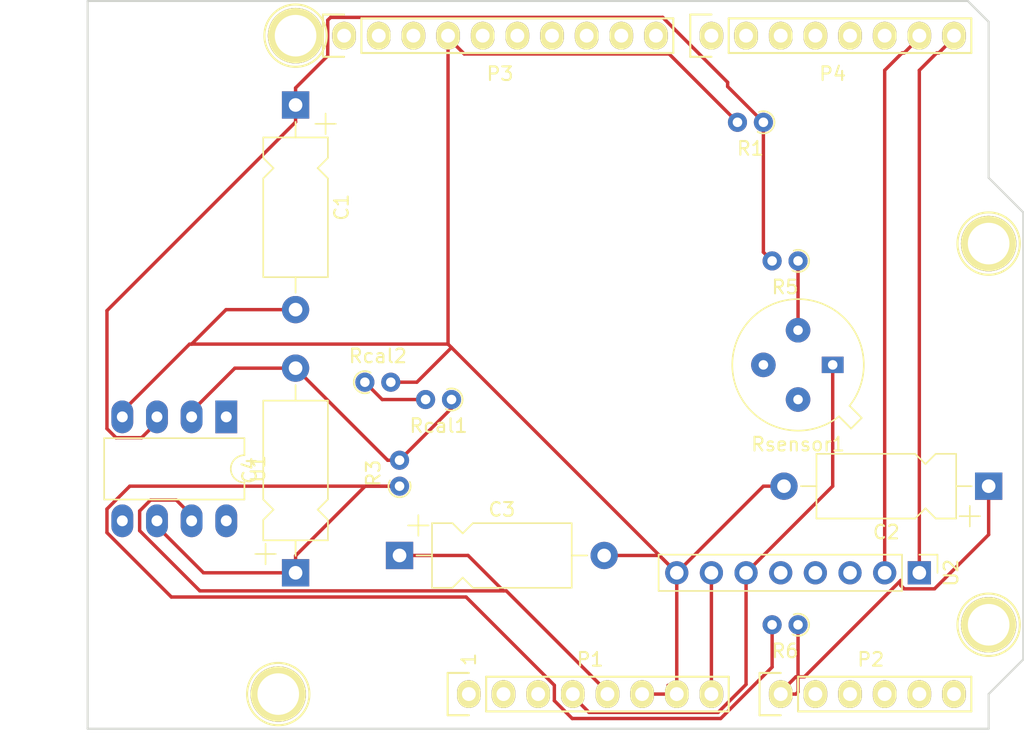
<source format=kicad_pcb>
(kicad_pcb (version 20171130) (host pcbnew "(5.0.1)-4")

  (general
    (thickness 1.6)
    (drawings 26)
    (tracks 112)
    (zones 0)
    (modules 21)
    (nets 43)
  )

  (page A4)
  (title_block
    (date "lun. 30 mars 2015")
  )

  (layers
    (0 F.Cu signal)
    (31 B.Cu signal)
    (32 B.Adhes user)
    (33 F.Adhes user)
    (34 B.Paste user)
    (35 F.Paste user)
    (36 B.SilkS user)
    (37 F.SilkS user)
    (38 B.Mask user)
    (39 F.Mask user)
    (40 Dwgs.User user)
    (41 Cmts.User user)
    (42 Eco1.User user)
    (43 Eco2.User user)
    (44 Edge.Cuts user)
    (45 Margin user)
    (46 B.CrtYd user)
    (47 F.CrtYd user)
    (48 B.Fab user)
    (49 F.Fab user)
  )

  (setup
    (last_trace_width 0.25)
    (trace_clearance 0.2)
    (zone_clearance 0.508)
    (zone_45_only no)
    (trace_min 0.2)
    (segment_width 0.15)
    (edge_width 0.15)
    (via_size 0.6)
    (via_drill 0.4)
    (via_min_size 0.4)
    (via_min_drill 0.3)
    (uvia_size 0.3)
    (uvia_drill 0.1)
    (uvias_allowed no)
    (uvia_min_size 0.2)
    (uvia_min_drill 0.1)
    (pcb_text_width 0.3)
    (pcb_text_size 1.5 1.5)
    (mod_edge_width 0.15)
    (mod_text_size 1 1)
    (mod_text_width 0.15)
    (pad_size 4.064 4.064)
    (pad_drill 3.048)
    (pad_to_mask_clearance 0)
    (solder_mask_min_width 0.25)
    (aux_axis_origin 110.998 126.365)
    (grid_origin 110.998 126.365)
    (visible_elements 7FFFFFFF)
    (pcbplotparams
      (layerselection 0x00030_80000001)
      (usegerberextensions false)
      (usegerberattributes false)
      (usegerberadvancedattributes false)
      (creategerberjobfile false)
      (excludeedgelayer true)
      (linewidth 0.100000)
      (plotframeref false)
      (viasonmask false)
      (mode 1)
      (useauxorigin false)
      (hpglpennumber 1)
      (hpglpenspeed 20)
      (hpglpendiameter 15.000000)
      (psnegative false)
      (psa4output false)
      (plotreference true)
      (plotvalue true)
      (plotinvisibletext false)
      (padsonsilk false)
      (subtractmaskfromsilk false)
      (outputformat 1)
      (mirror false)
      (drillshape 1)
      (scaleselection 1)
      (outputdirectory ""))
  )

  (net 0 "")
  (net 1 /IOREF)
  (net 2 /Reset)
  (net 3 +5V)
  (net 4 GND)
  (net 5 /Vin)
  (net 6 /A0)
  (net 7 /A1)
  (net 8 /A2)
  (net 9 /A3)
  (net 10 /AREF)
  (net 11 "/A4(SDA)")
  (net 12 "/A5(SCL)")
  (net 13 "/9(**)")
  (net 14 /8)
  (net 15 /7)
  (net 16 "/6(**)")
  (net 17 "/5(**)")
  (net 18 /4)
  (net 19 "/3(**)")
  (net 20 /2)
  (net 21 "/1(Tx)")
  (net 22 "/0(Rx)")
  (net 23 "Net-(P5-Pad1)")
  (net 24 "Net-(P6-Pad1)")
  (net 25 "Net-(P7-Pad1)")
  (net 26 "Net-(P8-Pad1)")
  (net 27 "/13(SCK)")
  (net 28 "/10(**/SS)")
  (net 29 "Net-(P1-Pad1)")
  (net 30 +3V3)
  (net 31 "/12(MISO)")
  (net 32 "/11(**/MOSI)")
  (net 33 "Net-(C1-Pad1)")
  (net 34 "Net-(C4-Pad1)")
  (net 35 "Net-(C4-Pad2)")
  (net 36 "Net-(R5-Pad1)")
  (net 37 "Net-(Rcal1-Pad2)")
  (net 38 "Net-(U1-Pad1)")
  (net 39 "Net-(U1-Pad5)")
  (net 40 "Net-(U1-Pad8)")
  (net 41 "Net-(U2-Pad3)")
  (net 42 "Net-(U2-Pad4)")

  (net_class Default "This is the default net class."
    (clearance 0.2)
    (trace_width 0.25)
    (via_dia 0.6)
    (via_drill 0.4)
    (uvia_dia 0.3)
    (uvia_drill 0.1)
    (add_net +3V3)
    (add_net +5V)
    (add_net "/0(Rx)")
    (add_net "/1(Tx)")
    (add_net "/10(**/SS)")
    (add_net "/11(**/MOSI)")
    (add_net "/12(MISO)")
    (add_net "/13(SCK)")
    (add_net /2)
    (add_net "/3(**)")
    (add_net /4)
    (add_net "/5(**)")
    (add_net "/6(**)")
    (add_net /7)
    (add_net /8)
    (add_net "/9(**)")
    (add_net /A0)
    (add_net /A1)
    (add_net /A2)
    (add_net /A3)
    (add_net "/A4(SDA)")
    (add_net "/A5(SCL)")
    (add_net /AREF)
    (add_net /IOREF)
    (add_net /Reset)
    (add_net /Vin)
    (add_net GND)
    (add_net "Net-(C1-Pad1)")
    (add_net "Net-(C4-Pad1)")
    (add_net "Net-(C4-Pad2)")
    (add_net "Net-(P1-Pad1)")
    (add_net "Net-(P5-Pad1)")
    (add_net "Net-(P6-Pad1)")
    (add_net "Net-(P7-Pad1)")
    (add_net "Net-(P8-Pad1)")
    (add_net "Net-(R5-Pad1)")
    (add_net "Net-(Rcal1-Pad2)")
    (add_net "Net-(U1-Pad1)")
    (add_net "Net-(U1-Pad5)")
    (add_net "Net-(U1-Pad8)")
    (add_net "Net-(U2-Pad3)")
    (add_net "Net-(U2-Pad4)")
  )

  (module Connector_PinHeader_2.54mm:PinHeader_1x08_P2.54mm_Vertical (layer F.Cu) (tedit 59FED5CC) (tstamp 5C18CE35)
    (at 171.958 114.935 270)
    (descr "Through hole straight pin header, 1x08, 2.54mm pitch, single row")
    (tags "Through hole pin header THT 1x08 2.54mm single row")
    (path /5C013291)
    (fp_text reference U2 (at 0 -2.33 270) (layer F.SilkS)
      (effects (font (size 1 1) (thickness 0.15)))
    )
    (fp_text value PinHeader_1x08_P2.54mm_Vertical (at 0 20.11 270) (layer F.Fab)
      (effects (font (size 1 1) (thickness 0.15)))
    )
    (fp_text user %R (at 0 8.89) (layer F.Fab)
      (effects (font (size 1 1) (thickness 0.15)))
    )
    (fp_line (start 1.8 -1.8) (end -1.8 -1.8) (layer F.CrtYd) (width 0.05))
    (fp_line (start 1.8 19.55) (end 1.8 -1.8) (layer F.CrtYd) (width 0.05))
    (fp_line (start -1.8 19.55) (end 1.8 19.55) (layer F.CrtYd) (width 0.05))
    (fp_line (start -1.8 -1.8) (end -1.8 19.55) (layer F.CrtYd) (width 0.05))
    (fp_line (start -1.33 -1.33) (end 0 -1.33) (layer F.SilkS) (width 0.12))
    (fp_line (start -1.33 0) (end -1.33 -1.33) (layer F.SilkS) (width 0.12))
    (fp_line (start -1.33 1.27) (end 1.33 1.27) (layer F.SilkS) (width 0.12))
    (fp_line (start 1.33 1.27) (end 1.33 19.11) (layer F.SilkS) (width 0.12))
    (fp_line (start -1.33 1.27) (end -1.33 19.11) (layer F.SilkS) (width 0.12))
    (fp_line (start -1.33 19.11) (end 1.33 19.11) (layer F.SilkS) (width 0.12))
    (fp_line (start -1.27 -0.635) (end -0.635 -1.27) (layer F.Fab) (width 0.1))
    (fp_line (start -1.27 19.05) (end -1.27 -0.635) (layer F.Fab) (width 0.1))
    (fp_line (start 1.27 19.05) (end -1.27 19.05) (layer F.Fab) (width 0.1))
    (fp_line (start 1.27 -1.27) (end 1.27 19.05) (layer F.Fab) (width 0.1))
    (fp_line (start -0.635 -1.27) (end 1.27 -1.27) (layer F.Fab) (width 0.1))
    (pad 8 thru_hole oval (at 0 17.78 270) (size 1.7 1.7) (drill 1) (layers *.Cu *.Mask)
      (net 4 GND))
    (pad 7 thru_hole oval (at 0 15.24 270) (size 1.7 1.7) (drill 1) (layers *.Cu *.Mask)
      (net 5 /Vin))
    (pad 6 thru_hole oval (at 0 12.7 270) (size 1.7 1.7) (drill 1) (layers *.Cu *.Mask)
      (net 30 +3V3))
    (pad 5 thru_hole oval (at 0 10.16 270) (size 1.7 1.7) (drill 1) (layers *.Cu *.Mask))
    (pad 4 thru_hole oval (at 0 7.62 270) (size 1.7 1.7) (drill 1) (layers *.Cu *.Mask)
      (net 42 "Net-(U2-Pad4)"))
    (pad 3 thru_hole oval (at 0 5.08 270) (size 1.7 1.7) (drill 1) (layers *.Cu *.Mask)
      (net 41 "Net-(U2-Pad3)"))
    (pad 2 thru_hole oval (at 0 2.54 270) (size 1.7 1.7) (drill 1) (layers *.Cu *.Mask)
      (net 21 "/1(Tx)"))
    (pad 1 thru_hole rect (at 0 0 270) (size 1.7 1.7) (drill 1) (layers *.Cu *.Mask)
      (net 22 "/0(Rx)"))
    (model ${KISYS3DMOD}/Connector_PinHeader_2.54mm.3dshapes/PinHeader_1x08_P2.54mm_Vertical.wrl
      (at (xyz 0 0 0))
      (scale (xyz 1 1 1))
      (rotate (xyz 0 0 0))
    )
  )

  (module Socket_Arduino_Uno:Socket_Strip_Arduino_1x08 locked (layer F.Cu) (tedit 551AF8B3) (tstamp 551AF9EA)
    (at 138.938 123.825)
    (descr "Through hole socket strip")
    (tags "socket strip")
    (path /56D70129)
    (fp_text reference P1 (at 8.89 -2.54) (layer F.SilkS)
      (effects (font (size 1 1) (thickness 0.15)))
    )
    (fp_text value Power (at 8.89 -4.064) (layer F.Fab)
      (effects (font (size 1 1) (thickness 0.15)))
    )
    (fp_line (start -1.55 -1.55) (end -1.55 1.55) (layer F.SilkS) (width 0.15))
    (fp_line (start 0 -1.55) (end -1.55 -1.55) (layer F.SilkS) (width 0.15))
    (fp_line (start 1.27 1.27) (end 1.27 -1.27) (layer F.SilkS) (width 0.15))
    (fp_line (start -1.55 1.55) (end 0 1.55) (layer F.SilkS) (width 0.15))
    (fp_line (start 19.05 -1.27) (end 1.27 -1.27) (layer F.SilkS) (width 0.15))
    (fp_line (start 19.05 1.27) (end 19.05 -1.27) (layer F.SilkS) (width 0.15))
    (fp_line (start 1.27 1.27) (end 19.05 1.27) (layer F.SilkS) (width 0.15))
    (fp_line (start -1.75 1.75) (end 19.55 1.75) (layer F.CrtYd) (width 0.05))
    (fp_line (start -1.75 -1.75) (end 19.55 -1.75) (layer F.CrtYd) (width 0.05))
    (fp_line (start 19.55 -1.75) (end 19.55 1.75) (layer F.CrtYd) (width 0.05))
    (fp_line (start -1.75 -1.75) (end -1.75 1.75) (layer F.CrtYd) (width 0.05))
    (pad 8 thru_hole oval (at 17.78 0) (size 1.7272 2.032) (drill 1.016) (layers *.Cu *.Mask F.SilkS)
      (net 5 /Vin))
    (pad 7 thru_hole oval (at 15.24 0) (size 1.7272 2.032) (drill 1.016) (layers *.Cu *.Mask F.SilkS)
      (net 4 GND))
    (pad 6 thru_hole oval (at 12.7 0) (size 1.7272 2.032) (drill 1.016) (layers *.Cu *.Mask F.SilkS)
      (net 4 GND))
    (pad 5 thru_hole oval (at 10.16 0) (size 1.7272 2.032) (drill 1.016) (layers *.Cu *.Mask F.SilkS)
      (net 3 +5V))
    (pad 4 thru_hole oval (at 7.62 0) (size 1.7272 2.032) (drill 1.016) (layers *.Cu *.Mask F.SilkS)
      (net 30 +3V3))
    (pad 3 thru_hole oval (at 5.08 0) (size 1.7272 2.032) (drill 1.016) (layers *.Cu *.Mask F.SilkS)
      (net 2 /Reset))
    (pad 2 thru_hole oval (at 2.54 0) (size 1.7272 2.032) (drill 1.016) (layers *.Cu *.Mask F.SilkS)
      (net 1 /IOREF))
    (pad 1 thru_hole oval (at 0 0) (size 1.7272 2.032) (drill 1.016) (layers *.Cu *.Mask F.SilkS)
      (net 29 "Net-(P1-Pad1)"))
    (model ${KIPRJMOD}/Socket_Arduino_Uno.3dshapes/Socket_header_Arduino_1x08.wrl
      (offset (xyz 8.889999866485596 0 0))
      (scale (xyz 1 1 1))
      (rotate (xyz 0 0 180))
    )
  )

  (module Socket_Arduino_Uno:Socket_Strip_Arduino_1x06 locked (layer F.Cu) (tedit 551AF7D9) (tstamp 551AF9FF)
    (at 161.798 123.825)
    (descr "Through hole socket strip")
    (tags "socket strip")
    (path /56D70DD8)
    (fp_text reference P2 (at 6.604 -2.54) (layer F.SilkS)
      (effects (font (size 1 1) (thickness 0.15)))
    )
    (fp_text value Analog (at 6.604 -4.064) (layer F.Fab)
      (effects (font (size 1 1) (thickness 0.15)))
    )
    (fp_line (start -1.55 -1.55) (end -1.55 1.55) (layer F.SilkS) (width 0.15))
    (fp_line (start 0 -1.55) (end -1.55 -1.55) (layer F.SilkS) (width 0.15))
    (fp_line (start 1.27 1.27) (end 1.27 -1.27) (layer F.SilkS) (width 0.15))
    (fp_line (start -1.55 1.55) (end 0 1.55) (layer F.SilkS) (width 0.15))
    (fp_line (start 13.97 -1.27) (end 1.27 -1.27) (layer F.SilkS) (width 0.15))
    (fp_line (start 13.97 1.27) (end 13.97 -1.27) (layer F.SilkS) (width 0.15))
    (fp_line (start 1.27 1.27) (end 13.97 1.27) (layer F.SilkS) (width 0.15))
    (fp_line (start -1.75 1.75) (end 14.45 1.75) (layer F.CrtYd) (width 0.05))
    (fp_line (start -1.75 -1.75) (end 14.45 -1.75) (layer F.CrtYd) (width 0.05))
    (fp_line (start 14.45 -1.75) (end 14.45 1.75) (layer F.CrtYd) (width 0.05))
    (fp_line (start -1.75 -1.75) (end -1.75 1.75) (layer F.CrtYd) (width 0.05))
    (pad 6 thru_hole oval (at 12.7 0) (size 1.7272 2.032) (drill 1.016) (layers *.Cu *.Mask F.SilkS)
      (net 12 "/A5(SCL)"))
    (pad 5 thru_hole oval (at 10.16 0) (size 1.7272 2.032) (drill 1.016) (layers *.Cu *.Mask F.SilkS)
      (net 11 "/A4(SDA)"))
    (pad 4 thru_hole oval (at 7.62 0) (size 1.7272 2.032) (drill 1.016) (layers *.Cu *.Mask F.SilkS)
      (net 9 /A3))
    (pad 3 thru_hole oval (at 5.08 0) (size 1.7272 2.032) (drill 1.016) (layers *.Cu *.Mask F.SilkS)
      (net 8 /A2))
    (pad 2 thru_hole oval (at 2.54 0) (size 1.7272 2.032) (drill 1.016) (layers *.Cu *.Mask F.SilkS)
      (net 7 /A1))
    (pad 1 thru_hole oval (at 0 0) (size 1.7272 2.032) (drill 1.016) (layers *.Cu *.Mask F.SilkS)
      (net 6 /A0))
    (model ${KIPRJMOD}/Socket_Arduino_Uno.3dshapes/Socket_header_Arduino_1x06.wrl
      (offset (xyz 6.349999904632568 0 0))
      (scale (xyz 1 1 1))
      (rotate (xyz 0 0 180))
    )
  )

  (module Socket_Arduino_Uno:Socket_Strip_Arduino_1x10 locked (layer F.Cu) (tedit 551AF8D9) (tstamp 551AFA18)
    (at 129.794 75.565)
    (descr "Through hole socket strip")
    (tags "socket strip")
    (path /56D721E0)
    (fp_text reference P3 (at 11.43 2.794) (layer F.SilkS)
      (effects (font (size 1 1) (thickness 0.15)))
    )
    (fp_text value Digital (at 11.43 4.318) (layer F.Fab)
      (effects (font (size 1 1) (thickness 0.15)))
    )
    (fp_line (start -1.55 -1.55) (end -1.55 1.55) (layer F.SilkS) (width 0.15))
    (fp_line (start 0 -1.55) (end -1.55 -1.55) (layer F.SilkS) (width 0.15))
    (fp_line (start 1.27 1.27) (end 1.27 -1.27) (layer F.SilkS) (width 0.15))
    (fp_line (start -1.55 1.55) (end 0 1.55) (layer F.SilkS) (width 0.15))
    (fp_line (start 24.13 -1.27) (end 1.27 -1.27) (layer F.SilkS) (width 0.15))
    (fp_line (start 24.13 1.27) (end 24.13 -1.27) (layer F.SilkS) (width 0.15))
    (fp_line (start 1.27 1.27) (end 24.13 1.27) (layer F.SilkS) (width 0.15))
    (fp_line (start -1.75 1.75) (end 24.65 1.75) (layer F.CrtYd) (width 0.05))
    (fp_line (start -1.75 -1.75) (end 24.65 -1.75) (layer F.CrtYd) (width 0.05))
    (fp_line (start 24.65 -1.75) (end 24.65 1.75) (layer F.CrtYd) (width 0.05))
    (fp_line (start -1.75 -1.75) (end -1.75 1.75) (layer F.CrtYd) (width 0.05))
    (pad 10 thru_hole oval (at 22.86 0) (size 1.7272 2.032) (drill 1.016) (layers *.Cu *.Mask F.SilkS)
      (net 14 /8))
    (pad 9 thru_hole oval (at 20.32 0) (size 1.7272 2.032) (drill 1.016) (layers *.Cu *.Mask F.SilkS)
      (net 13 "/9(**)"))
    (pad 8 thru_hole oval (at 17.78 0) (size 1.7272 2.032) (drill 1.016) (layers *.Cu *.Mask F.SilkS)
      (net 28 "/10(**/SS)"))
    (pad 7 thru_hole oval (at 15.24 0) (size 1.7272 2.032) (drill 1.016) (layers *.Cu *.Mask F.SilkS)
      (net 32 "/11(**/MOSI)"))
    (pad 6 thru_hole oval (at 12.7 0) (size 1.7272 2.032) (drill 1.016) (layers *.Cu *.Mask F.SilkS)
      (net 31 "/12(MISO)"))
    (pad 5 thru_hole oval (at 10.16 0) (size 1.7272 2.032) (drill 1.016) (layers *.Cu *.Mask F.SilkS)
      (net 27 "/13(SCK)"))
    (pad 4 thru_hole oval (at 7.62 0) (size 1.7272 2.032) (drill 1.016) (layers *.Cu *.Mask F.SilkS)
      (net 4 GND))
    (pad 3 thru_hole oval (at 5.08 0) (size 1.7272 2.032) (drill 1.016) (layers *.Cu *.Mask F.SilkS)
      (net 10 /AREF))
    (pad 2 thru_hole oval (at 2.54 0) (size 1.7272 2.032) (drill 1.016) (layers *.Cu *.Mask F.SilkS)
      (net 11 "/A4(SDA)"))
    (pad 1 thru_hole oval (at 0 0) (size 1.7272 2.032) (drill 1.016) (layers *.Cu *.Mask F.SilkS)
      (net 12 "/A5(SCL)"))
    (model ${KIPRJMOD}/Socket_Arduino_Uno.3dshapes/Socket_header_Arduino_1x10.wrl
      (offset (xyz 11.42999982833862 0 0))
      (scale (xyz 1 1 1))
      (rotate (xyz 0 0 180))
    )
  )

  (module Socket_Arduino_Uno:Socket_Strip_Arduino_1x08 locked (layer F.Cu) (tedit 551AF8B3) (tstamp 551AFA2F)
    (at 156.718 75.565)
    (descr "Through hole socket strip")
    (tags "socket strip")
    (path /56D7164F)
    (fp_text reference P4 (at 8.89 2.794) (layer F.SilkS)
      (effects (font (size 1 1) (thickness 0.15)))
    )
    (fp_text value Digital (at 8.89 4.318) (layer F.Fab)
      (effects (font (size 1 1) (thickness 0.15)))
    )
    (fp_line (start -1.55 -1.55) (end -1.55 1.55) (layer F.SilkS) (width 0.15))
    (fp_line (start 0 -1.55) (end -1.55 -1.55) (layer F.SilkS) (width 0.15))
    (fp_line (start 1.27 1.27) (end 1.27 -1.27) (layer F.SilkS) (width 0.15))
    (fp_line (start -1.55 1.55) (end 0 1.55) (layer F.SilkS) (width 0.15))
    (fp_line (start 19.05 -1.27) (end 1.27 -1.27) (layer F.SilkS) (width 0.15))
    (fp_line (start 19.05 1.27) (end 19.05 -1.27) (layer F.SilkS) (width 0.15))
    (fp_line (start 1.27 1.27) (end 19.05 1.27) (layer F.SilkS) (width 0.15))
    (fp_line (start -1.75 1.75) (end 19.55 1.75) (layer F.CrtYd) (width 0.05))
    (fp_line (start -1.75 -1.75) (end 19.55 -1.75) (layer F.CrtYd) (width 0.05))
    (fp_line (start 19.55 -1.75) (end 19.55 1.75) (layer F.CrtYd) (width 0.05))
    (fp_line (start -1.75 -1.75) (end -1.75 1.75) (layer F.CrtYd) (width 0.05))
    (pad 8 thru_hole oval (at 17.78 0) (size 1.7272 2.032) (drill 1.016) (layers *.Cu *.Mask F.SilkS)
      (net 22 "/0(Rx)"))
    (pad 7 thru_hole oval (at 15.24 0) (size 1.7272 2.032) (drill 1.016) (layers *.Cu *.Mask F.SilkS)
      (net 21 "/1(Tx)"))
    (pad 6 thru_hole oval (at 12.7 0) (size 1.7272 2.032) (drill 1.016) (layers *.Cu *.Mask F.SilkS)
      (net 20 /2))
    (pad 5 thru_hole oval (at 10.16 0) (size 1.7272 2.032) (drill 1.016) (layers *.Cu *.Mask F.SilkS)
      (net 19 "/3(**)"))
    (pad 4 thru_hole oval (at 7.62 0) (size 1.7272 2.032) (drill 1.016) (layers *.Cu *.Mask F.SilkS)
      (net 18 /4))
    (pad 3 thru_hole oval (at 5.08 0) (size 1.7272 2.032) (drill 1.016) (layers *.Cu *.Mask F.SilkS)
      (net 17 "/5(**)"))
    (pad 2 thru_hole oval (at 2.54 0) (size 1.7272 2.032) (drill 1.016) (layers *.Cu *.Mask F.SilkS)
      (net 16 "/6(**)"))
    (pad 1 thru_hole oval (at 0 0) (size 1.7272 2.032) (drill 1.016) (layers *.Cu *.Mask F.SilkS)
      (net 15 /7))
    (model ${KIPRJMOD}/Socket_Arduino_Uno.3dshapes/Socket_header_Arduino_1x08.wrl
      (offset (xyz 8.889999866485596 0 0))
      (scale (xyz 1 1 1))
      (rotate (xyz 0 0 180))
    )
  )

  (module Socket_Arduino_Uno:Arduino_1pin locked (layer F.Cu) (tedit 0) (tstamp 5524FC3F)
    (at 124.968 123.825)
    (descr "module 1 pin (ou trou mecanique de percage)")
    (tags DEV)
    (path /56D71177)
    (fp_text reference P5 (at 0 -3.048) (layer F.SilkS) hide
      (effects (font (size 1 1) (thickness 0.15)))
    )
    (fp_text value CONN_01X01 (at 0 2.794) (layer F.Fab) hide
      (effects (font (size 1 1) (thickness 0.15)))
    )
    (fp_circle (center 0 0) (end 0 -2.286) (layer F.SilkS) (width 0.15))
    (pad 1 thru_hole circle (at 0 0) (size 4.064 4.064) (drill 3.048) (layers *.Cu *.Mask F.SilkS)
      (net 23 "Net-(P5-Pad1)"))
  )

  (module Socket_Arduino_Uno:Arduino_1pin locked (layer F.Cu) (tedit 0) (tstamp 5524FC44)
    (at 177.038 118.745)
    (descr "module 1 pin (ou trou mecanique de percage)")
    (tags DEV)
    (path /56D71274)
    (fp_text reference P6 (at 0 -3.048) (layer F.SilkS) hide
      (effects (font (size 1 1) (thickness 0.15)))
    )
    (fp_text value CONN_01X01 (at 0 2.794) (layer F.Fab) hide
      (effects (font (size 1 1) (thickness 0.15)))
    )
    (fp_circle (center 0 0) (end 0 -2.286) (layer F.SilkS) (width 0.15))
    (pad 1 thru_hole circle (at 0 0) (size 4.064 4.064) (drill 3.048) (layers *.Cu *.Mask F.SilkS)
      (net 24 "Net-(P6-Pad1)"))
  )

  (module Socket_Arduino_Uno:Arduino_1pin locked (layer F.Cu) (tedit 0) (tstamp 5524FC49)
    (at 126.238 75.565)
    (descr "module 1 pin (ou trou mecanique de percage)")
    (tags DEV)
    (path /56D712A8)
    (fp_text reference P7 (at 0 -3.048) (layer F.SilkS) hide
      (effects (font (size 1 1) (thickness 0.15)))
    )
    (fp_text value CONN_01X01 (at 0 2.794) (layer F.Fab) hide
      (effects (font (size 1 1) (thickness 0.15)))
    )
    (fp_circle (center 0 0) (end 0 -2.286) (layer F.SilkS) (width 0.15))
    (pad 1 thru_hole circle (at 0 0) (size 4.064 4.064) (drill 3.048) (layers *.Cu *.Mask F.SilkS)
      (net 25 "Net-(P7-Pad1)"))
  )

  (module Socket_Arduino_Uno:Arduino_1pin locked (layer F.Cu) (tedit 0) (tstamp 5524FC4E)
    (at 177.038 90.805)
    (descr "module 1 pin (ou trou mecanique de percage)")
    (tags DEV)
    (path /56D712DB)
    (fp_text reference P8 (at 0 -3.048) (layer F.SilkS) hide
      (effects (font (size 1 1) (thickness 0.15)))
    )
    (fp_text value CONN_01X01 (at 0 2.794) (layer F.Fab) hide
      (effects (font (size 1 1) (thickness 0.15)))
    )
    (fp_circle (center 0 0) (end 0 -2.286) (layer F.SilkS) (width 0.15))
    (pad 1 thru_hole circle (at 0 0) (size 4.064 4.064) (drill 3.048) (layers *.Cu *.Mask F.SilkS)
      (net 26 "Net-(P8-Pad1)"))
  )

  (module Capacitor_THT:CP_Axial_L10.0mm_D4.5mm_P15.00mm_Horizontal (layer F.Cu) (tedit 5AE50EF2) (tstamp 5C18CD26)
    (at 126.238 80.645 270)
    (descr "CP, Axial series, Axial, Horizontal, pin pitch=15mm, , length*diameter=10*4.5mm^2, Electrolytic Capacitor, , http://www.vishay.com/docs/28325/021asm.pdf")
    (tags "CP Axial series Axial Horizontal pin pitch 15mm  length 10mm diameter 4.5mm Electrolytic Capacitor")
    (path /5BFF0443)
    (fp_text reference C1 (at 7.5 -3.37 270) (layer F.SilkS)
      (effects (font (size 1 1) (thickness 0.15)))
    )
    (fp_text value 100n (at 7.5 3.37 270) (layer F.Fab)
      (effects (font (size 1 1) (thickness 0.15)))
    )
    (fp_text user %R (at 7.5 0 270) (layer F.Fab)
      (effects (font (size 1 1) (thickness 0.15)))
    )
    (fp_line (start 16.25 -2.5) (end -1.25 -2.5) (layer F.CrtYd) (width 0.05))
    (fp_line (start 16.25 2.5) (end 16.25 -2.5) (layer F.CrtYd) (width 0.05))
    (fp_line (start -1.25 2.5) (end 16.25 2.5) (layer F.CrtYd) (width 0.05))
    (fp_line (start -1.25 -2.5) (end -1.25 2.5) (layer F.CrtYd) (width 0.05))
    (fp_line (start 13.76 0) (end 12.62 0) (layer F.SilkS) (width 0.12))
    (fp_line (start 1.24 0) (end 2.38 0) (layer F.SilkS) (width 0.12))
    (fp_line (start 5.38 2.37) (end 12.62 2.37) (layer F.SilkS) (width 0.12))
    (fp_line (start 4.63 1.62) (end 5.38 2.37) (layer F.SilkS) (width 0.12))
    (fp_line (start 3.88 2.37) (end 4.63 1.62) (layer F.SilkS) (width 0.12))
    (fp_line (start 2.38 2.37) (end 3.88 2.37) (layer F.SilkS) (width 0.12))
    (fp_line (start 5.38 -2.37) (end 12.62 -2.37) (layer F.SilkS) (width 0.12))
    (fp_line (start 4.63 -1.62) (end 5.38 -2.37) (layer F.SilkS) (width 0.12))
    (fp_line (start 3.88 -2.37) (end 4.63 -1.62) (layer F.SilkS) (width 0.12))
    (fp_line (start 2.38 -2.37) (end 3.88 -2.37) (layer F.SilkS) (width 0.12))
    (fp_line (start 12.62 -2.37) (end 12.62 2.37) (layer F.SilkS) (width 0.12))
    (fp_line (start 2.38 -2.37) (end 2.38 2.37) (layer F.SilkS) (width 0.12))
    (fp_line (start 1.38 -2.95) (end 1.38 -1.45) (layer F.SilkS) (width 0.12))
    (fp_line (start 0.63 -2.2) (end 2.13 -2.2) (layer F.SilkS) (width 0.12))
    (fp_line (start 4.65 -0.75) (end 4.65 0.75) (layer F.Fab) (width 0.1))
    (fp_line (start 3.9 0) (end 5.4 0) (layer F.Fab) (width 0.1))
    (fp_line (start 15 0) (end 12.5 0) (layer F.Fab) (width 0.1))
    (fp_line (start 0 0) (end 2.5 0) (layer F.Fab) (width 0.1))
    (fp_line (start 5.38 2.25) (end 12.5 2.25) (layer F.Fab) (width 0.1))
    (fp_line (start 4.63 1.5) (end 5.38 2.25) (layer F.Fab) (width 0.1))
    (fp_line (start 3.88 2.25) (end 4.63 1.5) (layer F.Fab) (width 0.1))
    (fp_line (start 2.5 2.25) (end 3.88 2.25) (layer F.Fab) (width 0.1))
    (fp_line (start 5.38 -2.25) (end 12.5 -2.25) (layer F.Fab) (width 0.1))
    (fp_line (start 4.63 -1.5) (end 5.38 -2.25) (layer F.Fab) (width 0.1))
    (fp_line (start 3.88 -2.25) (end 4.63 -1.5) (layer F.Fab) (width 0.1))
    (fp_line (start 2.5 -2.25) (end 3.88 -2.25) (layer F.Fab) (width 0.1))
    (fp_line (start 12.5 -2.25) (end 12.5 2.25) (layer F.Fab) (width 0.1))
    (fp_line (start 2.5 -2.25) (end 2.5 2.25) (layer F.Fab) (width 0.1))
    (pad 2 thru_hole oval (at 15 0 270) (size 2 2) (drill 1) (layers *.Cu *.Mask)
      (net 4 GND))
    (pad 1 thru_hole rect (at 0 0 270) (size 2 2) (drill 1) (layers *.Cu *.Mask)
      (net 33 "Net-(C1-Pad1)"))
    (model ${KISYS3DMOD}/Capacitor_THT.3dshapes/CP_Axial_L10.0mm_D4.5mm_P15.00mm_Horizontal.wrl
      (at (xyz 0 0 0))
      (scale (xyz 1 1 1))
      (rotate (xyz 0 0 0))
    )
  )

  (module Capacitor_THT:CP_Axial_L10.0mm_D4.5mm_P15.00mm_Horizontal (layer F.Cu) (tedit 5AE50EF2) (tstamp 5C18CD4D)
    (at 177.038 108.585 180)
    (descr "CP, Axial series, Axial, Horizontal, pin pitch=15mm, , length*diameter=10*4.5mm^2, Electrolytic Capacitor, , http://www.vishay.com/docs/28325/021asm.pdf")
    (tags "CP Axial series Axial Horizontal pin pitch 15mm  length 10mm diameter 4.5mm Electrolytic Capacitor")
    (path /5BFFA608)
    (fp_text reference C2 (at 7.5 -3.37 180) (layer F.SilkS)
      (effects (font (size 1 1) (thickness 0.15)))
    )
    (fp_text value 100n (at 7.5 3.37 180) (layer F.Fab)
      (effects (font (size 1 1) (thickness 0.15)))
    )
    (fp_text user %R (at 7.5 0 180) (layer F.Fab)
      (effects (font (size 1 1) (thickness 0.15)))
    )
    (fp_line (start 16.25 -2.5) (end -1.25 -2.5) (layer F.CrtYd) (width 0.05))
    (fp_line (start 16.25 2.5) (end 16.25 -2.5) (layer F.CrtYd) (width 0.05))
    (fp_line (start -1.25 2.5) (end 16.25 2.5) (layer F.CrtYd) (width 0.05))
    (fp_line (start -1.25 -2.5) (end -1.25 2.5) (layer F.CrtYd) (width 0.05))
    (fp_line (start 13.76 0) (end 12.62 0) (layer F.SilkS) (width 0.12))
    (fp_line (start 1.24 0) (end 2.38 0) (layer F.SilkS) (width 0.12))
    (fp_line (start 5.38 2.37) (end 12.62 2.37) (layer F.SilkS) (width 0.12))
    (fp_line (start 4.63 1.62) (end 5.38 2.37) (layer F.SilkS) (width 0.12))
    (fp_line (start 3.88 2.37) (end 4.63 1.62) (layer F.SilkS) (width 0.12))
    (fp_line (start 2.38 2.37) (end 3.88 2.37) (layer F.SilkS) (width 0.12))
    (fp_line (start 5.38 -2.37) (end 12.62 -2.37) (layer F.SilkS) (width 0.12))
    (fp_line (start 4.63 -1.62) (end 5.38 -2.37) (layer F.SilkS) (width 0.12))
    (fp_line (start 3.88 -2.37) (end 4.63 -1.62) (layer F.SilkS) (width 0.12))
    (fp_line (start 2.38 -2.37) (end 3.88 -2.37) (layer F.SilkS) (width 0.12))
    (fp_line (start 12.62 -2.37) (end 12.62 2.37) (layer F.SilkS) (width 0.12))
    (fp_line (start 2.38 -2.37) (end 2.38 2.37) (layer F.SilkS) (width 0.12))
    (fp_line (start 1.38 -2.95) (end 1.38 -1.45) (layer F.SilkS) (width 0.12))
    (fp_line (start 0.63 -2.2) (end 2.13 -2.2) (layer F.SilkS) (width 0.12))
    (fp_line (start 4.65 -0.75) (end 4.65 0.75) (layer F.Fab) (width 0.1))
    (fp_line (start 3.9 0) (end 5.4 0) (layer F.Fab) (width 0.1))
    (fp_line (start 15 0) (end 12.5 0) (layer F.Fab) (width 0.1))
    (fp_line (start 0 0) (end 2.5 0) (layer F.Fab) (width 0.1))
    (fp_line (start 5.38 2.25) (end 12.5 2.25) (layer F.Fab) (width 0.1))
    (fp_line (start 4.63 1.5) (end 5.38 2.25) (layer F.Fab) (width 0.1))
    (fp_line (start 3.88 2.25) (end 4.63 1.5) (layer F.Fab) (width 0.1))
    (fp_line (start 2.5 2.25) (end 3.88 2.25) (layer F.Fab) (width 0.1))
    (fp_line (start 5.38 -2.25) (end 12.5 -2.25) (layer F.Fab) (width 0.1))
    (fp_line (start 4.63 -1.5) (end 5.38 -2.25) (layer F.Fab) (width 0.1))
    (fp_line (start 3.88 -2.25) (end 4.63 -1.5) (layer F.Fab) (width 0.1))
    (fp_line (start 2.5 -2.25) (end 3.88 -2.25) (layer F.Fab) (width 0.1))
    (fp_line (start 12.5 -2.25) (end 12.5 2.25) (layer F.Fab) (width 0.1))
    (fp_line (start 2.5 -2.25) (end 2.5 2.25) (layer F.Fab) (width 0.1))
    (pad 2 thru_hole oval (at 15 0 180) (size 2 2) (drill 1) (layers *.Cu *.Mask)
      (net 4 GND))
    (pad 1 thru_hole rect (at 0 0 180) (size 2 2) (drill 1) (layers *.Cu *.Mask)
      (net 6 /A0))
    (model ${KISYS3DMOD}/Capacitor_THT.3dshapes/CP_Axial_L10.0mm_D4.5mm_P15.00mm_Horizontal.wrl
      (at (xyz 0 0 0))
      (scale (xyz 1 1 1))
      (rotate (xyz 0 0 0))
    )
  )

  (module Capacitor_THT:CP_Axial_L10.0mm_D4.5mm_P15.00mm_Horizontal (layer F.Cu) (tedit 5AE50EF2) (tstamp 5C18CD74)
    (at 133.858 113.665)
    (descr "CP, Axial series, Axial, Horizontal, pin pitch=15mm, , length*diameter=10*4.5mm^2, Electrolytic Capacitor, , http://www.vishay.com/docs/28325/021asm.pdf")
    (tags "CP Axial series Axial Horizontal pin pitch 15mm  length 10mm diameter 4.5mm Electrolytic Capacitor")
    (path /5BFE796A)
    (fp_text reference C3 (at 7.5 -3.37) (layer F.SilkS)
      (effects (font (size 1 1) (thickness 0.15)))
    )
    (fp_text value 100n (at 7.5 3.37) (layer F.Fab)
      (effects (font (size 1 1) (thickness 0.15)))
    )
    (fp_line (start 2.5 -2.25) (end 2.5 2.25) (layer F.Fab) (width 0.1))
    (fp_line (start 12.5 -2.25) (end 12.5 2.25) (layer F.Fab) (width 0.1))
    (fp_line (start 2.5 -2.25) (end 3.88 -2.25) (layer F.Fab) (width 0.1))
    (fp_line (start 3.88 -2.25) (end 4.63 -1.5) (layer F.Fab) (width 0.1))
    (fp_line (start 4.63 -1.5) (end 5.38 -2.25) (layer F.Fab) (width 0.1))
    (fp_line (start 5.38 -2.25) (end 12.5 -2.25) (layer F.Fab) (width 0.1))
    (fp_line (start 2.5 2.25) (end 3.88 2.25) (layer F.Fab) (width 0.1))
    (fp_line (start 3.88 2.25) (end 4.63 1.5) (layer F.Fab) (width 0.1))
    (fp_line (start 4.63 1.5) (end 5.38 2.25) (layer F.Fab) (width 0.1))
    (fp_line (start 5.38 2.25) (end 12.5 2.25) (layer F.Fab) (width 0.1))
    (fp_line (start 0 0) (end 2.5 0) (layer F.Fab) (width 0.1))
    (fp_line (start 15 0) (end 12.5 0) (layer F.Fab) (width 0.1))
    (fp_line (start 3.9 0) (end 5.4 0) (layer F.Fab) (width 0.1))
    (fp_line (start 4.65 -0.75) (end 4.65 0.75) (layer F.Fab) (width 0.1))
    (fp_line (start 0.63 -2.2) (end 2.13 -2.2) (layer F.SilkS) (width 0.12))
    (fp_line (start 1.38 -2.95) (end 1.38 -1.45) (layer F.SilkS) (width 0.12))
    (fp_line (start 2.38 -2.37) (end 2.38 2.37) (layer F.SilkS) (width 0.12))
    (fp_line (start 12.62 -2.37) (end 12.62 2.37) (layer F.SilkS) (width 0.12))
    (fp_line (start 2.38 -2.37) (end 3.88 -2.37) (layer F.SilkS) (width 0.12))
    (fp_line (start 3.88 -2.37) (end 4.63 -1.62) (layer F.SilkS) (width 0.12))
    (fp_line (start 4.63 -1.62) (end 5.38 -2.37) (layer F.SilkS) (width 0.12))
    (fp_line (start 5.38 -2.37) (end 12.62 -2.37) (layer F.SilkS) (width 0.12))
    (fp_line (start 2.38 2.37) (end 3.88 2.37) (layer F.SilkS) (width 0.12))
    (fp_line (start 3.88 2.37) (end 4.63 1.62) (layer F.SilkS) (width 0.12))
    (fp_line (start 4.63 1.62) (end 5.38 2.37) (layer F.SilkS) (width 0.12))
    (fp_line (start 5.38 2.37) (end 12.62 2.37) (layer F.SilkS) (width 0.12))
    (fp_line (start 1.24 0) (end 2.38 0) (layer F.SilkS) (width 0.12))
    (fp_line (start 13.76 0) (end 12.62 0) (layer F.SilkS) (width 0.12))
    (fp_line (start -1.25 -2.5) (end -1.25 2.5) (layer F.CrtYd) (width 0.05))
    (fp_line (start -1.25 2.5) (end 16.25 2.5) (layer F.CrtYd) (width 0.05))
    (fp_line (start 16.25 2.5) (end 16.25 -2.5) (layer F.CrtYd) (width 0.05))
    (fp_line (start 16.25 -2.5) (end -1.25 -2.5) (layer F.CrtYd) (width 0.05))
    (fp_text user %R (at 7.5 0) (layer F.Fab)
      (effects (font (size 1 1) (thickness 0.15)))
    )
    (pad 1 thru_hole rect (at 0 0) (size 2 2) (drill 1) (layers *.Cu *.Mask)
      (net 3 +5V))
    (pad 2 thru_hole oval (at 15 0) (size 2 2) (drill 1) (layers *.Cu *.Mask)
      (net 4 GND))
    (model ${KISYS3DMOD}/Capacitor_THT.3dshapes/CP_Axial_L10.0mm_D4.5mm_P15.00mm_Horizontal.wrl
      (at (xyz 0 0 0))
      (scale (xyz 1 1 1))
      (rotate (xyz 0 0 0))
    )
  )

  (module Capacitor_THT:CP_Axial_L10.0mm_D4.5mm_P15.00mm_Horizontal (layer F.Cu) (tedit 5AE50EF2) (tstamp 5C18CD9B)
    (at 126.238 114.935 90)
    (descr "CP, Axial series, Axial, Horizontal, pin pitch=15mm, , length*diameter=10*4.5mm^2, Electrolytic Capacitor, , http://www.vishay.com/docs/28325/021asm.pdf")
    (tags "CP Axial series Axial Horizontal pin pitch 15mm  length 10mm diameter 4.5mm Electrolytic Capacitor")
    (path /5BFFA2F6)
    (fp_text reference C4 (at 7.5 -3.37 90) (layer F.SilkS)
      (effects (font (size 1 1) (thickness 0.15)))
    )
    (fp_text value 1u (at 7.5 3.37 90) (layer F.Fab)
      (effects (font (size 1 1) (thickness 0.15)))
    )
    (fp_line (start 2.5 -2.25) (end 2.5 2.25) (layer F.Fab) (width 0.1))
    (fp_line (start 12.5 -2.25) (end 12.5 2.25) (layer F.Fab) (width 0.1))
    (fp_line (start 2.5 -2.25) (end 3.88 -2.25) (layer F.Fab) (width 0.1))
    (fp_line (start 3.88 -2.25) (end 4.63 -1.5) (layer F.Fab) (width 0.1))
    (fp_line (start 4.63 -1.5) (end 5.38 -2.25) (layer F.Fab) (width 0.1))
    (fp_line (start 5.38 -2.25) (end 12.5 -2.25) (layer F.Fab) (width 0.1))
    (fp_line (start 2.5 2.25) (end 3.88 2.25) (layer F.Fab) (width 0.1))
    (fp_line (start 3.88 2.25) (end 4.63 1.5) (layer F.Fab) (width 0.1))
    (fp_line (start 4.63 1.5) (end 5.38 2.25) (layer F.Fab) (width 0.1))
    (fp_line (start 5.38 2.25) (end 12.5 2.25) (layer F.Fab) (width 0.1))
    (fp_line (start 0 0) (end 2.5 0) (layer F.Fab) (width 0.1))
    (fp_line (start 15 0) (end 12.5 0) (layer F.Fab) (width 0.1))
    (fp_line (start 3.9 0) (end 5.4 0) (layer F.Fab) (width 0.1))
    (fp_line (start 4.65 -0.75) (end 4.65 0.75) (layer F.Fab) (width 0.1))
    (fp_line (start 0.63 -2.2) (end 2.13 -2.2) (layer F.SilkS) (width 0.12))
    (fp_line (start 1.38 -2.95) (end 1.38 -1.45) (layer F.SilkS) (width 0.12))
    (fp_line (start 2.38 -2.37) (end 2.38 2.37) (layer F.SilkS) (width 0.12))
    (fp_line (start 12.62 -2.37) (end 12.62 2.37) (layer F.SilkS) (width 0.12))
    (fp_line (start 2.38 -2.37) (end 3.88 -2.37) (layer F.SilkS) (width 0.12))
    (fp_line (start 3.88 -2.37) (end 4.63 -1.62) (layer F.SilkS) (width 0.12))
    (fp_line (start 4.63 -1.62) (end 5.38 -2.37) (layer F.SilkS) (width 0.12))
    (fp_line (start 5.38 -2.37) (end 12.62 -2.37) (layer F.SilkS) (width 0.12))
    (fp_line (start 2.38 2.37) (end 3.88 2.37) (layer F.SilkS) (width 0.12))
    (fp_line (start 3.88 2.37) (end 4.63 1.62) (layer F.SilkS) (width 0.12))
    (fp_line (start 4.63 1.62) (end 5.38 2.37) (layer F.SilkS) (width 0.12))
    (fp_line (start 5.38 2.37) (end 12.62 2.37) (layer F.SilkS) (width 0.12))
    (fp_line (start 1.24 0) (end 2.38 0) (layer F.SilkS) (width 0.12))
    (fp_line (start 13.76 0) (end 12.62 0) (layer F.SilkS) (width 0.12))
    (fp_line (start -1.25 -2.5) (end -1.25 2.5) (layer F.CrtYd) (width 0.05))
    (fp_line (start -1.25 2.5) (end 16.25 2.5) (layer F.CrtYd) (width 0.05))
    (fp_line (start 16.25 2.5) (end 16.25 -2.5) (layer F.CrtYd) (width 0.05))
    (fp_line (start 16.25 -2.5) (end -1.25 -2.5) (layer F.CrtYd) (width 0.05))
    (fp_text user %R (at 7.5 0 90) (layer F.Fab)
      (effects (font (size 1 1) (thickness 0.15)))
    )
    (pad 1 thru_hole rect (at 0 0 90) (size 2 2) (drill 1) (layers *.Cu *.Mask)
      (net 34 "Net-(C4-Pad1)"))
    (pad 2 thru_hole oval (at 15 0 90) (size 2 2) (drill 1) (layers *.Cu *.Mask)
      (net 35 "Net-(C4-Pad2)"))
    (model ${KISYS3DMOD}/Capacitor_THT.3dshapes/CP_Axial_L10.0mm_D4.5mm_P15.00mm_Horizontal.wrl
      (at (xyz 0 0 0))
      (scale (xyz 1 1 1))
      (rotate (xyz 0 0 0))
    )
  )

  (module Resistor_THT:R_Axial_DIN0204_L3.6mm_D1.6mm_P1.90mm_Vertical (layer F.Cu) (tedit 5AE5139B) (tstamp 5C18CDA9)
    (at 160.528 81.915 180)
    (descr "Resistor, Axial_DIN0204 series, Axial, Vertical, pin pitch=1.9mm, 0.167W, length*diameter=3.6*1.6mm^2, http://cdn-reichelt.de/documents/datenblatt/B400/1_4W%23YAG.pdf")
    (tags "Resistor Axial_DIN0204 series Axial Vertical pin pitch 1.9mm 0.167W length 3.6mm diameter 1.6mm")
    (path /5BFF3E33)
    (fp_text reference R1 (at 0.95 -1.92 180) (layer F.SilkS)
      (effects (font (size 1 1) (thickness 0.15)))
    )
    (fp_text value 100k (at 0.95 1.92 180) (layer F.Fab)
      (effects (font (size 1 1) (thickness 0.15)))
    )
    (fp_text user %R (at 0.95 -1.92 180) (layer F.Fab)
      (effects (font (size 1 1) (thickness 0.15)))
    )
    (fp_line (start 2.86 -1.05) (end -1.05 -1.05) (layer F.CrtYd) (width 0.05))
    (fp_line (start 2.86 1.05) (end 2.86 -1.05) (layer F.CrtYd) (width 0.05))
    (fp_line (start -1.05 1.05) (end 2.86 1.05) (layer F.CrtYd) (width 0.05))
    (fp_line (start -1.05 -1.05) (end -1.05 1.05) (layer F.CrtYd) (width 0.05))
    (fp_line (start 0 0) (end 1.9 0) (layer F.Fab) (width 0.1))
    (fp_circle (center 0 0) (end 0.8 0) (layer F.Fab) (width 0.1))
    (fp_arc (start 0 0) (end 0.417133 -0.7) (angle -233.92106) (layer F.SilkS) (width 0.12))
    (pad 2 thru_hole oval (at 1.9 0 180) (size 1.4 1.4) (drill 0.7) (layers *.Cu *.Mask)
      (net 4 GND))
    (pad 1 thru_hole circle (at 0 0 180) (size 1.4 1.4) (drill 0.7) (layers *.Cu *.Mask)
      (net 33 "Net-(C1-Pad1)"))
    (model ${KISYS3DMOD}/Resistor_THT.3dshapes/R_Axial_DIN0204_L3.6mm_D1.6mm_P1.90mm_Vertical.wrl
      (at (xyz 0 0 0))
      (scale (xyz 1 1 1))
      (rotate (xyz 0 0 0))
    )
  )

  (module Resistor_THT:R_Axial_DIN0204_L3.6mm_D1.6mm_P1.90mm_Vertical (layer F.Cu) (tedit 5AE5139B) (tstamp 5C18CDB7)
    (at 133.858 108.585 90)
    (descr "Resistor, Axial_DIN0204 series, Axial, Vertical, pin pitch=1.9mm, 0.167W, length*diameter=3.6*1.6mm^2, http://cdn-reichelt.de/documents/datenblatt/B400/1_4W%23YAG.pdf")
    (tags "Resistor Axial_DIN0204 series Axial Vertical pin pitch 1.9mm 0.167W length 3.6mm diameter 1.6mm")
    (path /5BFFA58E)
    (fp_text reference R3 (at 0.95 -1.92 90) (layer F.SilkS)
      (effects (font (size 1 1) (thickness 0.15)))
    )
    (fp_text value 100k (at 0.95 1.92 90) (layer F.Fab)
      (effects (font (size 1 1) (thickness 0.15)))
    )
    (fp_text user %R (at 0.95 -1.92 90) (layer F.Fab)
      (effects (font (size 1 1) (thickness 0.15)))
    )
    (fp_line (start 2.86 -1.05) (end -1.05 -1.05) (layer F.CrtYd) (width 0.05))
    (fp_line (start 2.86 1.05) (end 2.86 -1.05) (layer F.CrtYd) (width 0.05))
    (fp_line (start -1.05 1.05) (end 2.86 1.05) (layer F.CrtYd) (width 0.05))
    (fp_line (start -1.05 -1.05) (end -1.05 1.05) (layer F.CrtYd) (width 0.05))
    (fp_line (start 0 0) (end 1.9 0) (layer F.Fab) (width 0.1))
    (fp_circle (center 0 0) (end 0.8 0) (layer F.Fab) (width 0.1))
    (fp_arc (start 0 0) (end 0.417133 -0.7) (angle -233.92106) (layer F.SilkS) (width 0.12))
    (pad 2 thru_hole oval (at 1.9 0 90) (size 1.4 1.4) (drill 0.7) (layers *.Cu *.Mask)
      (net 35 "Net-(C4-Pad2)"))
    (pad 1 thru_hole circle (at 0 0 90) (size 1.4 1.4) (drill 0.7) (layers *.Cu *.Mask)
      (net 34 "Net-(C4-Pad1)"))
    (model ${KISYS3DMOD}/Resistor_THT.3dshapes/R_Axial_DIN0204_L3.6mm_D1.6mm_P1.90mm_Vertical.wrl
      (at (xyz 0 0 0))
      (scale (xyz 1 1 1))
      (rotate (xyz 0 0 0))
    )
  )

  (module Resistor_THT:R_Axial_DIN0204_L3.6mm_D1.6mm_P1.90mm_Vertical (layer F.Cu) (tedit 5AE5139B) (tstamp 5C18CDC5)
    (at 163.068 92.075 180)
    (descr "Resistor, Axial_DIN0204 series, Axial, Vertical, pin pitch=1.9mm, 0.167W, length*diameter=3.6*1.6mm^2, http://cdn-reichelt.de/documents/datenblatt/B400/1_4W%23YAG.pdf")
    (tags "Resistor Axial_DIN0204 series Axial Vertical pin pitch 1.9mm 0.167W length 3.6mm diameter 1.6mm")
    (path /5BFEE1F8)
    (fp_text reference R5 (at 0.95 -1.92 180) (layer F.SilkS)
      (effects (font (size 1 1) (thickness 0.15)))
    )
    (fp_text value 10k (at 0.95 1.92 180) (layer F.Fab)
      (effects (font (size 1 1) (thickness 0.15)))
    )
    (fp_arc (start 0 0) (end 0.417133 -0.7) (angle -233.92106) (layer F.SilkS) (width 0.12))
    (fp_circle (center 0 0) (end 0.8 0) (layer F.Fab) (width 0.1))
    (fp_line (start 0 0) (end 1.9 0) (layer F.Fab) (width 0.1))
    (fp_line (start -1.05 -1.05) (end -1.05 1.05) (layer F.CrtYd) (width 0.05))
    (fp_line (start -1.05 1.05) (end 2.86 1.05) (layer F.CrtYd) (width 0.05))
    (fp_line (start 2.86 1.05) (end 2.86 -1.05) (layer F.CrtYd) (width 0.05))
    (fp_line (start 2.86 -1.05) (end -1.05 -1.05) (layer F.CrtYd) (width 0.05))
    (fp_text user %R (at 0.95 -1.92 180) (layer F.Fab)
      (effects (font (size 1 1) (thickness 0.15)))
    )
    (pad 1 thru_hole circle (at 0 0 180) (size 1.4 1.4) (drill 0.7) (layers *.Cu *.Mask)
      (net 36 "Net-(R5-Pad1)"))
    (pad 2 thru_hole oval (at 1.9 0 180) (size 1.4 1.4) (drill 0.7) (layers *.Cu *.Mask)
      (net 33 "Net-(C1-Pad1)"))
    (model ${KISYS3DMOD}/Resistor_THT.3dshapes/R_Axial_DIN0204_L3.6mm_D1.6mm_P1.90mm_Vertical.wrl
      (at (xyz 0 0 0))
      (scale (xyz 1 1 1))
      (rotate (xyz 0 0 0))
    )
  )

  (module Resistor_THT:R_Axial_DIN0204_L3.6mm_D1.6mm_P1.90mm_Vertical (layer F.Cu) (tedit 5AE5139B) (tstamp 5C18CDD3)
    (at 163.068 118.745 180)
    (descr "Resistor, Axial_DIN0204 series, Axial, Vertical, pin pitch=1.9mm, 0.167W, length*diameter=3.6*1.6mm^2, http://cdn-reichelt.de/documents/datenblatt/B400/1_4W%23YAG.pdf")
    (tags "Resistor Axial_DIN0204 series Axial Vertical pin pitch 1.9mm 0.167W length 3.6mm diameter 1.6mm")
    (path /5BFFA383)
    (fp_text reference R6 (at 0.95 -1.92 180) (layer F.SilkS)
      (effects (font (size 1 1) (thickness 0.15)))
    )
    (fp_text value 1k (at 0.95 1.92 180) (layer F.Fab)
      (effects (font (size 1 1) (thickness 0.15)))
    )
    (fp_arc (start 0 0) (end 0.417133 -0.7) (angle -233.92106) (layer F.SilkS) (width 0.12))
    (fp_circle (center 0 0) (end 0.8 0) (layer F.Fab) (width 0.1))
    (fp_line (start 0 0) (end 1.9 0) (layer F.Fab) (width 0.1))
    (fp_line (start -1.05 -1.05) (end -1.05 1.05) (layer F.CrtYd) (width 0.05))
    (fp_line (start -1.05 1.05) (end 2.86 1.05) (layer F.CrtYd) (width 0.05))
    (fp_line (start 2.86 1.05) (end 2.86 -1.05) (layer F.CrtYd) (width 0.05))
    (fp_line (start 2.86 -1.05) (end -1.05 -1.05) (layer F.CrtYd) (width 0.05))
    (fp_text user %R (at 0.95 -1.92 180) (layer F.Fab)
      (effects (font (size 1 1) (thickness 0.15)))
    )
    (pad 1 thru_hole circle (at 0 0 180) (size 1.4 1.4) (drill 0.7) (layers *.Cu *.Mask)
      (net 6 /A0))
    (pad 2 thru_hole oval (at 1.9 0 180) (size 1.4 1.4) (drill 0.7) (layers *.Cu *.Mask)
      (net 34 "Net-(C4-Pad1)"))
    (model ${KISYS3DMOD}/Resistor_THT.3dshapes/R_Axial_DIN0204_L3.6mm_D1.6mm_P1.90mm_Vertical.wrl
      (at (xyz 0 0 0))
      (scale (xyz 1 1 1))
      (rotate (xyz 0 0 0))
    )
  )

  (module Resistor_THT:R_Axial_DIN0204_L3.6mm_D1.6mm_P1.90mm_Vertical (layer F.Cu) (tedit 5AE5139B) (tstamp 5C18CDE1)
    (at 137.668 102.235 180)
    (descr "Resistor, Axial_DIN0204 series, Axial, Vertical, pin pitch=1.9mm, 0.167W, length*diameter=3.6*1.6mm^2, http://cdn-reichelt.de/documents/datenblatt/B400/1_4W%23YAG.pdf")
    (tags "Resistor Axial_DIN0204 series Axial Vertical pin pitch 1.9mm 0.167W length 3.6mm diameter 1.6mm")
    (path /5BFF58E2)
    (fp_text reference Rcal1 (at 0.95 -1.92 180) (layer F.SilkS)
      (effects (font (size 1 1) (thickness 0.15)))
    )
    (fp_text value R (at 0.95 1.92 180) (layer F.Fab)
      (effects (font (size 1 1) (thickness 0.15)))
    )
    (fp_arc (start 0 0) (end 0.417133 -0.7) (angle -233.92106) (layer F.SilkS) (width 0.12))
    (fp_circle (center 0 0) (end 0.8 0) (layer F.Fab) (width 0.1))
    (fp_line (start 0 0) (end 1.9 0) (layer F.Fab) (width 0.1))
    (fp_line (start -1.05 -1.05) (end -1.05 1.05) (layer F.CrtYd) (width 0.05))
    (fp_line (start -1.05 1.05) (end 2.86 1.05) (layer F.CrtYd) (width 0.05))
    (fp_line (start 2.86 1.05) (end 2.86 -1.05) (layer F.CrtYd) (width 0.05))
    (fp_line (start 2.86 -1.05) (end -1.05 -1.05) (layer F.CrtYd) (width 0.05))
    (fp_text user %R (at 0.95 -1.92 180) (layer F.Fab)
      (effects (font (size 1 1) (thickness 0.15)))
    )
    (pad 1 thru_hole circle (at 0 0 180) (size 1.4 1.4) (drill 0.7) (layers *.Cu *.Mask)
      (net 35 "Net-(C4-Pad2)"))
    (pad 2 thru_hole oval (at 1.9 0 180) (size 1.4 1.4) (drill 0.7) (layers *.Cu *.Mask)
      (net 37 "Net-(Rcal1-Pad2)"))
    (model ${KISYS3DMOD}/Resistor_THT.3dshapes/R_Axial_DIN0204_L3.6mm_D1.6mm_P1.90mm_Vertical.wrl
      (at (xyz 0 0 0))
      (scale (xyz 1 1 1))
      (rotate (xyz 0 0 0))
    )
  )

  (module Resistor_THT:R_Axial_DIN0204_L3.6mm_D1.6mm_P1.90mm_Vertical (layer F.Cu) (tedit 5AE5139B) (tstamp 5C18CDEF)
    (at 131.318 100.965)
    (descr "Resistor, Axial_DIN0204 series, Axial, Vertical, pin pitch=1.9mm, 0.167W, length*diameter=3.6*1.6mm^2, http://cdn-reichelt.de/documents/datenblatt/B400/1_4W%23YAG.pdf")
    (tags "Resistor Axial_DIN0204 series Axial Vertical pin pitch 1.9mm 0.167W length 3.6mm diameter 1.6mm")
    (path /5BFF5948)
    (fp_text reference Rcal2 (at 0.95 -1.92) (layer F.SilkS)
      (effects (font (size 1 1) (thickness 0.15)))
    )
    (fp_text value R (at 0.95 1.92) (layer F.Fab)
      (effects (font (size 1 1) (thickness 0.15)))
    )
    (fp_text user %R (at 0.95 -1.92) (layer F.Fab)
      (effects (font (size 1 1) (thickness 0.15)))
    )
    (fp_line (start 2.86 -1.05) (end -1.05 -1.05) (layer F.CrtYd) (width 0.05))
    (fp_line (start 2.86 1.05) (end 2.86 -1.05) (layer F.CrtYd) (width 0.05))
    (fp_line (start -1.05 1.05) (end 2.86 1.05) (layer F.CrtYd) (width 0.05))
    (fp_line (start -1.05 -1.05) (end -1.05 1.05) (layer F.CrtYd) (width 0.05))
    (fp_line (start 0 0) (end 1.9 0) (layer F.Fab) (width 0.1))
    (fp_circle (center 0 0) (end 0.8 0) (layer F.Fab) (width 0.1))
    (fp_arc (start 0 0) (end 0.417133 -0.7) (angle -233.92106) (layer F.SilkS) (width 0.12))
    (pad 2 thru_hole oval (at 1.9 0) (size 1.4 1.4) (drill 0.7) (layers *.Cu *.Mask)
      (net 4 GND))
    (pad 1 thru_hole circle (at 0 0) (size 1.4 1.4) (drill 0.7) (layers *.Cu *.Mask)
      (net 37 "Net-(Rcal1-Pad2)"))
    (model ${KISYS3DMOD}/Resistor_THT.3dshapes/R_Axial_DIN0204_L3.6mm_D1.6mm_P1.90mm_Vertical.wrl
      (at (xyz 0 0 0))
      (scale (xyz 1 1 1))
      (rotate (xyz 0 0 0))
    )
  )

  (module projet:TO-5-4 (layer F.Cu) (tedit 5BFD6CD0) (tstamp 5C18CE05)
    (at 165.608 99.695 180)
    (descr TO-5-4)
    (tags TO-5-4)
    (path /5BFEE3D8)
    (fp_text reference Rsensor1 (at 2.54 -5.82 180) (layer F.SilkS)
      (effects (font (size 1 1) (thickness 0.15)))
    )
    (fp_text value 10k<...<1G (at 2.54 5.82 180) (layer F.Fab)
      (effects (font (size 1 1) (thickness 0.15)))
    )
    (fp_arc (start 2.54 0) (end -0.457084 -3.774902) (angle 346.9) (layer F.SilkS) (width 0.12))
    (fp_arc (start 2.54 0) (end -0.465408 -3.61352) (angle 349.5) (layer F.Fab) (width 0.1))
    (fp_circle (center 2.54 0) (end 6.79 0) (layer F.Fab) (width 0.1))
    (fp_line (start 7.49 -4.95) (end -2.41 -4.95) (layer F.CrtYd) (width 0.05))
    (fp_line (start 7.49 4.95) (end 7.49 -4.95) (layer F.CrtYd) (width 0.05))
    (fp_line (start -2.41 4.95) (end 7.49 4.95) (layer F.CrtYd) (width 0.05))
    (fp_line (start -2.41 -4.95) (end -2.41 4.95) (layer F.CrtYd) (width 0.05))
    (fp_line (start -2.125856 -3.888039) (end -1.234902 -2.997084) (layer F.SilkS) (width 0.12))
    (fp_line (start -1.348039 -4.665856) (end -2.125856 -3.888039) (layer F.SilkS) (width 0.12))
    (fp_line (start -0.457084 -3.774902) (end -1.348039 -4.665856) (layer F.SilkS) (width 0.12))
    (fp_line (start -1.879621 -3.81151) (end -1.07352 -3.005408) (layer F.Fab) (width 0.1))
    (fp_line (start -1.27151 -4.419621) (end -1.879621 -3.81151) (layer F.Fab) (width 0.1))
    (fp_line (start -0.465408 -3.61352) (end -1.27151 -4.419621) (layer F.Fab) (width 0.1))
    (fp_text user %R (at 2.54 -5.82 180) (layer F.Fab)
      (effects (font (size 1 1) (thickness 0.15)))
    )
    (pad 4 thru_hole oval (at 2.54 -2.54 180) (size 1.8 1.8) (drill 0.7) (layers *.Cu *.Mask))
    (pad 3 thru_hole oval (at 5.08 0 180) (size 1.8 1.8) (drill 0.7) (layers *.Cu *.Mask))
    (pad 2 thru_hole oval (at 2.54 2.54 180) (size 1.8 1.8) (drill 0.7) (layers *.Cu *.Mask)
      (net 36 "Net-(R5-Pad1)"))
    (pad 1 thru_hole rect (at 0 0 180) (size 1.6 1.2) (drill 0.7) (layers *.Cu *.Mask)
      (net 30 +3V3))
    (model ${KISYS3DMOD}/Package_TO_SOT_THT.3dshapes/TO-5-4.wrl
      (at (xyz 0 0 0))
      (scale (xyz 1 1 1))
      (rotate (xyz 0 0 0))
    )
  )

  (module Package_DIP:DIP-8_W7.62mm_LongPads (layer F.Cu) (tedit 5A02E8C5) (tstamp 5C18CE21)
    (at 121.158 103.505 270)
    (descr "8-lead though-hole mounted DIP package, row spacing 7.62 mm (300 mils), LongPads")
    (tags "THT DIP DIL PDIP 2.54mm 7.62mm 300mil LongPads")
    (path /5BFE777F)
    (fp_text reference U1 (at 3.81 -2.33 270) (layer F.SilkS)
      (effects (font (size 1 1) (thickness 0.15)))
    )
    (fp_text value LTC1050 (at 3.81 9.95 270) (layer F.Fab)
      (effects (font (size 1 1) (thickness 0.15)))
    )
    (fp_arc (start 3.81 -1.33) (end 2.81 -1.33) (angle -180) (layer F.SilkS) (width 0.12))
    (fp_line (start 1.635 -1.27) (end 6.985 -1.27) (layer F.Fab) (width 0.1))
    (fp_line (start 6.985 -1.27) (end 6.985 8.89) (layer F.Fab) (width 0.1))
    (fp_line (start 6.985 8.89) (end 0.635 8.89) (layer F.Fab) (width 0.1))
    (fp_line (start 0.635 8.89) (end 0.635 -0.27) (layer F.Fab) (width 0.1))
    (fp_line (start 0.635 -0.27) (end 1.635 -1.27) (layer F.Fab) (width 0.1))
    (fp_line (start 2.81 -1.33) (end 1.56 -1.33) (layer F.SilkS) (width 0.12))
    (fp_line (start 1.56 -1.33) (end 1.56 8.95) (layer F.SilkS) (width 0.12))
    (fp_line (start 1.56 8.95) (end 6.06 8.95) (layer F.SilkS) (width 0.12))
    (fp_line (start 6.06 8.95) (end 6.06 -1.33) (layer F.SilkS) (width 0.12))
    (fp_line (start 6.06 -1.33) (end 4.81 -1.33) (layer F.SilkS) (width 0.12))
    (fp_line (start -1.45 -1.55) (end -1.45 9.15) (layer F.CrtYd) (width 0.05))
    (fp_line (start -1.45 9.15) (end 9.1 9.15) (layer F.CrtYd) (width 0.05))
    (fp_line (start 9.1 9.15) (end 9.1 -1.55) (layer F.CrtYd) (width 0.05))
    (fp_line (start 9.1 -1.55) (end -1.45 -1.55) (layer F.CrtYd) (width 0.05))
    (fp_text user %R (at 3.81 3.81 270) (layer F.Fab)
      (effects (font (size 1 1) (thickness 0.15)))
    )
    (pad 1 thru_hole rect (at 0 0 270) (size 2.4 1.6) (drill 0.8) (layers *.Cu *.Mask)
      (net 38 "Net-(U1-Pad1)"))
    (pad 5 thru_hole oval (at 7.62 7.62 270) (size 2.4 1.6) (drill 0.8) (layers *.Cu *.Mask)
      (net 39 "Net-(U1-Pad5)"))
    (pad 2 thru_hole oval (at 0 2.54 270) (size 2.4 1.6) (drill 0.8) (layers *.Cu *.Mask)
      (net 35 "Net-(C4-Pad2)"))
    (pad 6 thru_hole oval (at 7.62 5.08 270) (size 2.4 1.6) (drill 0.8) (layers *.Cu *.Mask)
      (net 34 "Net-(C4-Pad1)"))
    (pad 3 thru_hole oval (at 0 5.08 270) (size 2.4 1.6) (drill 0.8) (layers *.Cu *.Mask)
      (net 33 "Net-(C1-Pad1)"))
    (pad 7 thru_hole oval (at 7.62 2.54 270) (size 2.4 1.6) (drill 0.8) (layers *.Cu *.Mask)
      (net 3 +5V))
    (pad 4 thru_hole oval (at 0 7.62 270) (size 2.4 1.6) (drill 0.8) (layers *.Cu *.Mask)
      (net 4 GND))
    (pad 8 thru_hole oval (at 7.62 0 270) (size 2.4 1.6) (drill 0.8) (layers *.Cu *.Mask)
      (net 40 "Net-(U1-Pad8)"))
    (model ${KISYS3DMOD}/Package_DIP.3dshapes/DIP-8_W7.62mm.wrl
      (at (xyz 0 0 0))
      (scale (xyz 1 1 1))
      (rotate (xyz 0 0 0))
    )
  )

  (gr_line (start 110.998 126.365) (end 177.038 126.365) (angle 90) (layer Edge.Cuts) (width 0.15))
  (gr_text 1 (at 138.938 121.285 90) (layer F.SilkS)
    (effects (font (size 1 1) (thickness 0.15)))
  )
  (gr_circle (center 117.348 76.962) (end 118.618 76.962) (layer Dwgs.User) (width 0.15))
  (gr_line (start 114.427 78.994) (end 114.427 74.93) (angle 90) (layer Dwgs.User) (width 0.15))
  (gr_line (start 120.269 78.994) (end 114.427 78.994) (angle 90) (layer Dwgs.User) (width 0.15))
  (gr_line (start 120.269 74.93) (end 120.269 78.994) (angle 90) (layer Dwgs.User) (width 0.15))
  (gr_line (start 114.427 74.93) (end 120.269 74.93) (angle 90) (layer Dwgs.User) (width 0.15))
  (gr_line (start 120.523 93.98) (end 104.648 93.98) (angle 90) (layer Dwgs.User) (width 0.15))
  (gr_line (start 177.038 74.549) (end 175.514 73.025) (angle 90) (layer Edge.Cuts) (width 0.15))
  (gr_line (start 177.038 85.979) (end 177.038 74.549) (angle 90) (layer Edge.Cuts) (width 0.15))
  (gr_line (start 179.578 88.519) (end 177.038 85.979) (angle 90) (layer Edge.Cuts) (width 0.15))
  (gr_line (start 179.578 121.285) (end 179.578 88.519) (angle 90) (layer Edge.Cuts) (width 0.15))
  (gr_line (start 177.038 123.825) (end 179.578 121.285) (angle 90) (layer Edge.Cuts) (width 0.15))
  (gr_line (start 177.038 126.365) (end 177.038 123.825) (angle 90) (layer Edge.Cuts) (width 0.15))
  (gr_line (start 110.998 73.025) (end 110.998 126.365) (angle 90) (layer Edge.Cuts) (width 0.15))
  (gr_line (start 175.514 73.025) (end 110.998 73.025) (angle 90) (layer Edge.Cuts) (width 0.15))
  (gr_line (start 178.435 102.235) (end 173.355 102.235) (angle 90) (layer Dwgs.User) (width 0.15))
  (gr_line (start 178.435 94.615) (end 178.435 102.235) (angle 90) (layer Dwgs.User) (width 0.15))
  (gr_line (start 173.355 94.615) (end 178.435 94.615) (angle 90) (layer Dwgs.User) (width 0.15))
  (gr_line (start 109.093 123.19) (end 109.093 114.3) (angle 90) (layer Dwgs.User) (width 0.15))
  (gr_line (start 122.428 123.19) (end 109.093 123.19) (angle 90) (layer Dwgs.User) (width 0.15))
  (gr_line (start 122.428 114.3) (end 122.428 123.19) (angle 90) (layer Dwgs.User) (width 0.15))
  (gr_line (start 109.093 114.3) (end 122.428 114.3) (angle 90) (layer Dwgs.User) (width 0.15))
  (gr_line (start 104.648 93.98) (end 104.648 82.55) (angle 90) (layer Dwgs.User) (width 0.15))
  (gr_line (start 120.523 82.55) (end 120.523 93.98) (angle 90) (layer Dwgs.User) (width 0.15))
  (gr_line (start 104.648 82.55) (end 120.523 82.55) (angle 90) (layer Dwgs.User) (width 0.15))

  (segment (start 118.618 111.525) (end 118.618 111.125) (width 0.25) (layer F.Cu) (net 3))
  (segment (start 118.618 110.725) (end 118.618 111.125) (width 0.25) (layer F.Cu) (net 3))
  (segment (start 117.49299 109.59999) (end 118.618 110.725) (width 0.25) (layer F.Cu) (net 3))
  (segment (start 115.612006 109.59999) (end 117.49299 109.59999) (width 0.25) (layer F.Cu) (net 3))
  (segment (start 114.808 110.403996) (end 115.612006 109.59999) (width 0.25) (layer F.Cu) (net 3))
  (segment (start 114.808 111.846004) (end 114.808 110.403996) (width 0.25) (layer F.Cu) (net 3))
  (segment (start 119.221997 116.260001) (end 114.808 111.846004) (width 0.25) (layer F.Cu) (net 3))
  (segment (start 149.098 123.6726) (end 141.685401 116.260001) (width 0.25) (layer F.Cu) (net 3))
  (segment (start 149.098 123.825) (end 149.098 123.6726) (width 0.25) (layer F.Cu) (net 3))
  (segment (start 138.882999 113.665) (end 141.478 116.260001) (width 0.25) (layer F.Cu) (net 3))
  (segment (start 133.858 113.665) (end 138.882999 113.665) (width 0.25) (layer F.Cu) (net 3))
  (segment (start 141.685401 116.260001) (end 141.478 116.260001) (width 0.25) (layer F.Cu) (net 3))
  (segment (start 141.478 116.260001) (end 119.221997 116.260001) (width 0.25) (layer F.Cu) (net 3))
  (segment (start 151.638 123.6726) (end 151.638 123.825) (width 0.25) (layer F.Cu) (net 4))
  (segment (start 151.638 123.825) (end 154.178 123.825) (width 0.25) (layer F.Cu) (net 4))
  (segment (start 153.538 123.185) (end 154.178 123.825) (width 0.25) (layer F.Cu) (net 4))
  (segment (start 151.638 123.9774) (end 151.638 123.825) (width 0.25) (layer F.Cu) (net 4))
  (segment (start 154.178 114.935) (end 154.178 123.825) (width 0.25) (layer F.Cu) (net 4))
  (segment (start 137.414 98.171) (end 137.414 75.565) (width 0.25) (layer F.Cu) (net 4))
  (segment (start 154.178 114.935) (end 137.414 98.171) (width 0.25) (layer F.Cu) (net 4))
  (segment (start 113.538 103.105) (end 118.472 98.171) (width 0.25) (layer F.Cu) (net 4))
  (segment (start 113.538 103.505) (end 113.538 103.105) (width 0.25) (layer F.Cu) (net 4))
  (segment (start 121.144 95.645) (end 118.618 98.171) (width 0.25) (layer F.Cu) (net 4))
  (segment (start 126.238 95.645) (end 121.144 95.645) (width 0.25) (layer F.Cu) (net 4))
  (segment (start 118.472 98.171) (end 118.618 98.171) (width 0.25) (layer F.Cu) (net 4))
  (segment (start 118.618 98.171) (end 137.414 98.171) (width 0.25) (layer F.Cu) (net 4))
  (segment (start 160.528 108.585) (end 154.178 114.935) (width 0.25) (layer F.Cu) (net 4))
  (segment (start 162.038 108.585) (end 160.528 108.585) (width 0.25) (layer F.Cu) (net 4))
  (segment (start 133.218 100.965) (end 135.128 100.965) (width 0.25) (layer F.Cu) (net 4))
  (segment (start 135.128 100.965) (end 137.668 98.425) (width 0.25) (layer F.Cu) (net 4))
  (segment (start 152.908 113.665) (end 154.178 114.935) (width 0.25) (layer F.Cu) (net 4))
  (segment (start 148.858 113.665) (end 152.908 113.665) (width 0.25) (layer F.Cu) (net 4))
  (segment (start 137.414 75.7174) (end 137.414 75.565) (width 0.25) (layer F.Cu) (net 4))
  (segment (start 138.60261 76.90601) (end 137.414 75.7174) (width 0.25) (layer F.Cu) (net 4))
  (segment (start 153.61901 76.90601) (end 138.60261 76.90601) (width 0.25) (layer F.Cu) (net 4))
  (segment (start 158.628 81.915) (end 153.61901 76.90601) (width 0.25) (layer F.Cu) (net 4))
  (segment (start 156.718 114.935) (end 156.718 123.825) (width 0.25) (layer F.Cu) (net 5))
  (segment (start 161.798 123.6726) (end 161.798 123.825) (width 0.25) (layer F.Cu) (net 6))
  (segment (start 162.9116 122.559) (end 161.798 123.6726) (width 0.25) (layer F.Cu) (net 6))
  (segment (start 163.533002 122.559) (end 162.9116 122.559) (width 0.25) (layer F.Cu) (net 6))
  (segment (start 170.593001 115.499001) (end 163.533002 122.559) (width 0.25) (layer F.Cu) (net 6))
  (segment (start 170.847999 116.110001) (end 170.593001 115.855003) (width 0.25) (layer F.Cu) (net 6))
  (segment (start 177.038 112.140002) (end 173.068001 116.110001) (width 0.25) (layer F.Cu) (net 6))
  (segment (start 177.038 108.585) (end 177.038 112.140002) (width 0.25) (layer F.Cu) (net 6))
  (segment (start 173.068001 116.110001) (end 170.847999 116.110001) (width 0.25) (layer F.Cu) (net 6))
  (segment (start 170.593001 115.855003) (end 170.593001 115.499001) (width 0.25) (layer F.Cu) (net 6))
  (segment (start 162.9116 123.825) (end 161.798 123.825) (width 0.25) (layer F.Cu) (net 6))
  (segment (start 163.068 123.6686) (end 162.9116 123.825) (width 0.25) (layer F.Cu) (net 6))
  (segment (start 163.068 118.745) (end 163.068 123.6686) (width 0.25) (layer F.Cu) (net 6))
  (segment (start 171.958 75.7174) (end 171.958 75.565) (width 0.25) (layer F.Cu) (net 21))
  (segment (start 170.8444 76.831) (end 171.958 75.7174) (width 0.25) (layer F.Cu) (net 21))
  (segment (start 170.692 76.831) (end 170.8444 76.831) (width 0.25) (layer F.Cu) (net 21))
  (segment (start 169.418 78.105) (end 170.692 76.831) (width 0.25) (layer F.Cu) (net 21))
  (segment (start 169.418 114.935) (end 169.418 78.105) (width 0.25) (layer F.Cu) (net 21))
  (segment (start 174.498 75.7174) (end 174.498 75.565) (width 0.25) (layer F.Cu) (net 22))
  (segment (start 173.3844 76.831) (end 174.498 75.7174) (width 0.25) (layer F.Cu) (net 22))
  (segment (start 173.232 76.831) (end 173.3844 76.831) (width 0.25) (layer F.Cu) (net 22))
  (segment (start 171.958 78.105) (end 173.232 76.831) (width 0.25) (layer F.Cu) (net 22))
  (segment (start 171.958 114.935) (end 171.958 78.105) (width 0.25) (layer F.Cu) (net 22))
  (segment (start 146.558 123.6726) (end 146.558 123.825) (width 0.25) (layer F.Cu) (net 30))
  (segment (start 146.558 123.9774) (end 146.558 123.825) (width 0.25) (layer F.Cu) (net 30))
  (segment (start 147.74661 125.16601) (end 146.558 123.9774) (width 0.25) (layer F.Cu) (net 30))
  (segment (start 157.210338 125.16601) (end 147.74661 125.16601) (width 0.25) (layer F.Cu) (net 30))
  (segment (start 159.258 123.118348) (end 157.210338 125.16601) (width 0.25) (layer F.Cu) (net 30))
  (segment (start 159.258 114.935) (end 159.258 123.118348) (width 0.25) (layer F.Cu) (net 30))
  (segment (start 165.608 108.585) (end 159.258 114.935) (width 0.25) (layer F.Cu) (net 30))
  (segment (start 165.608 99.695) (end 165.608 108.585) (width 0.25) (layer F.Cu) (net 30))
  (segment (start 116.078 103.905) (end 116.078 103.505) (width 0.25) (layer F.Cu) (net 33))
  (segment (start 114.95299 105.03001) (end 116.078 103.905) (width 0.25) (layer F.Cu) (net 33))
  (segment (start 113.072006 105.03001) (end 114.95299 105.03001) (width 0.25) (layer F.Cu) (net 33))
  (segment (start 112.41299 104.370994) (end 113.072006 105.03001) (width 0.25) (layer F.Cu) (net 33))
  (segment (start 112.41299 95.72001) (end 112.41299 104.370994) (width 0.25) (layer F.Cu) (net 33))
  (segment (start 126.238 81.895) (end 112.41299 95.72001) (width 0.25) (layer F.Cu) (net 33))
  (segment (start 126.238 80.645) (end 126.238 81.895) (width 0.25) (layer F.Cu) (net 33))
  (segment (start 160.528 91.435) (end 161.168 92.075) (width 0.25) (layer F.Cu) (net 33))
  (segment (start 160.528 81.915) (end 160.528 91.435) (width 0.25) (layer F.Cu) (net 33))
  (segment (start 126.238 79.395) (end 126.238 80.645) (width 0.25) (layer F.Cu) (net 33))
  (segment (start 128.595001 77.037999) (end 126.238 79.395) (width 0.25) (layer F.Cu) (net 33))
  (segment (start 128.595001 74.433639) (end 128.595001 77.037999) (width 0.25) (layer F.Cu) (net 33))
  (segment (start 128.80465 74.22399) (end 128.595001 74.433639) (width 0.25) (layer F.Cu) (net 33))
  (segment (start 153.146338 74.22399) (end 128.80465 74.22399) (width 0.25) (layer F.Cu) (net 33))
  (segment (start 157.90661 78.984262) (end 153.146338 74.22399) (width 0.25) (layer F.Cu) (net 33))
  (segment (start 157.90661 79.29361) (end 157.90661 78.984262) (width 0.25) (layer F.Cu) (net 33))
  (segment (start 160.528 81.915) (end 157.90661 79.29361) (width 0.25) (layer F.Cu) (net 33))
  (segment (start 116.078 111.525) (end 116.078 111.125) (width 0.25) (layer F.Cu) (net 34))
  (segment (start 119.488 114.935) (end 116.078 111.525) (width 0.25) (layer F.Cu) (net 34))
  (segment (start 126.238 114.935) (end 119.488 114.935) (width 0.25) (layer F.Cu) (net 34))
  (segment (start 126.238 113.685) (end 126.238 114.935) (width 0.25) (layer F.Cu) (net 34))
  (segment (start 131.338 108.585) (end 126.238 113.685) (width 0.25) (layer F.Cu) (net 34))
  (segment (start 133.858 108.585) (end 131.338 108.585) (width 0.25) (layer F.Cu) (net 34))
  (segment (start 132.868051 108.585) (end 133.858 108.585) (width 0.25) (layer F.Cu) (net 34))
  (segment (start 114.086996 108.585) (end 132.868051 108.585) (width 0.25) (layer F.Cu) (net 34))
  (segment (start 112.41299 110.259006) (end 114.086996 108.585) (width 0.25) (layer F.Cu) (net 34))
  (segment (start 112.41299 111.990994) (end 112.41299 110.259006) (width 0.25) (layer F.Cu) (net 34))
  (segment (start 117.132007 116.710011) (end 112.41299 111.990994) (width 0.25) (layer F.Cu) (net 34))
  (segment (start 138.736359 116.710011) (end 117.132007 116.710011) (width 0.25) (layer F.Cu) (net 34))
  (segment (start 145.20661 123.180262) (end 138.736359 116.710011) (width 0.25) (layer F.Cu) (net 34))
  (segment (start 145.20661 124.306958) (end 145.20661 123.180262) (width 0.25) (layer F.Cu) (net 34))
  (segment (start 146.515672 125.61602) (end 145.20661 124.306958) (width 0.25) (layer F.Cu) (net 34))
  (segment (start 157.396738 125.61602) (end 146.515672 125.61602) (width 0.25) (layer F.Cu) (net 34))
  (segment (start 161.168 121.844758) (end 157.396738 125.61602) (width 0.25) (layer F.Cu) (net 34))
  (segment (start 161.168 118.745) (end 161.168 121.844758) (width 0.25) (layer F.Cu) (net 34))
  (segment (start 118.618 103.105) (end 118.618 103.505) (width 0.25) (layer F.Cu) (net 35))
  (segment (start 121.788 99.935) (end 118.618 103.105) (width 0.25) (layer F.Cu) (net 35))
  (segment (start 126.238 99.935) (end 121.788 99.935) (width 0.25) (layer F.Cu) (net 35))
  (segment (start 132.988 106.685) (end 133.858 106.685) (width 0.25) (layer F.Cu) (net 35))
  (segment (start 126.238 99.935) (end 132.988 106.685) (width 0.25) (layer F.Cu) (net 35))
  (segment (start 137.668 102.875) (end 137.668 102.235) (width 0.25) (layer F.Cu) (net 35))
  (segment (start 133.858 106.685) (end 137.668 102.875) (width 0.25) (layer F.Cu) (net 35))
  (segment (start 163.068 97.155) (end 163.068 92.075) (width 0.25) (layer F.Cu) (net 36))
  (segment (start 132.588 102.235) (end 131.318 100.965) (width 0.25) (layer F.Cu) (net 37))
  (segment (start 135.768 102.235) (end 132.588 102.235) (width 0.25) (layer F.Cu) (net 37))

)

</source>
